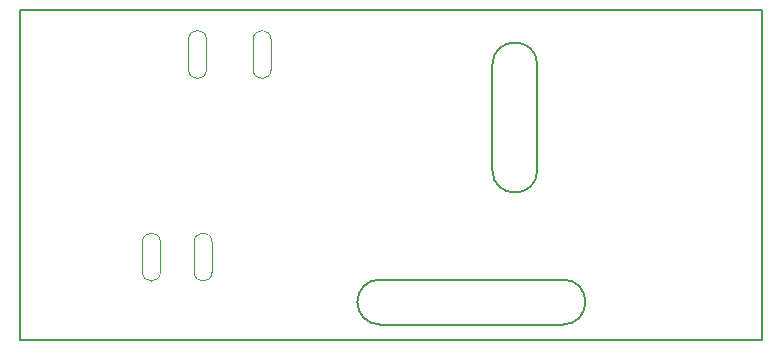
<source format=gbr>
%TF.GenerationSoftware,KiCad,Pcbnew,7.0.8*%
%TF.CreationDate,2023-10-29T17:21:22+01:00*%
%TF.ProjectId,Output_stage,4f757470-7574-45f7-9374-6167652e6b69,2.0*%
%TF.SameCoordinates,Original*%
%TF.FileFunction,Profile,NP*%
%FSLAX46Y46*%
G04 Gerber Fmt 4.6, Leading zero omitted, Abs format (unit mm)*
G04 Created by KiCad (PCBNEW 7.0.8) date 2023-10-29 17:21:22*
%MOMM*%
%LPD*%
G01*
G04 APERTURE LIST*
%TA.AperFunction,Profile*%
%ADD10C,0.100000*%
%TD*%
%TA.AperFunction,Profile*%
%ADD11C,0.200000*%
%TD*%
G04 APERTURE END LIST*
D10*
X72132225Y-27938075D02*
X72132225Y-30478075D01*
D11*
X90857725Y-38987075D02*
G75*
G03*
X94667725Y-38987075I1905000J0D01*
G01*
D10*
X65608200Y-45085000D02*
X65608200Y-47625000D01*
D11*
X90857725Y-30097075D02*
X90857725Y-38987075D01*
X81332725Y-48258125D02*
G75*
G03*
X81332725Y-52068075I-25J-1904975D01*
G01*
D10*
X65133225Y-27938075D02*
X65133225Y-30478075D01*
X65133225Y-30478075D02*
G75*
G03*
X66657225Y-30478075I762000J0D01*
G01*
D11*
X96826725Y-52068125D02*
G75*
G03*
X96826725Y-48258075I-25J1905025D01*
G01*
X94667725Y-30097075D02*
G75*
G03*
X90857725Y-30097075I-1905000J0D01*
G01*
D10*
X66657225Y-27938075D02*
G75*
G03*
X65133225Y-27938075I-762000J0D01*
G01*
X67132200Y-45085000D02*
G75*
G03*
X65608200Y-45085000I-762000J0D01*
G01*
X72132225Y-27938075D02*
G75*
G03*
X70608225Y-27938075I-762000J0D01*
G01*
D11*
X94667725Y-30097075D02*
X94667725Y-38987075D01*
D10*
X66657225Y-27938075D02*
X66657225Y-30478075D01*
D11*
X81332725Y-52068075D02*
X96826725Y-52068075D01*
D10*
X67132200Y-45085000D02*
X67132200Y-47625000D01*
X61239400Y-45085000D02*
X61239400Y-47625000D01*
X65608200Y-47625000D02*
G75*
G03*
X67132200Y-47625000I762000J0D01*
G01*
X61239400Y-47625000D02*
G75*
G03*
X62763400Y-47625000I762000J0D01*
G01*
X70608225Y-27938075D02*
X70608225Y-30478075D01*
X62763400Y-45085000D02*
G75*
G03*
X61239400Y-45085000I-762000J0D01*
G01*
X70608225Y-30478075D02*
G75*
G03*
X72132225Y-30478075I762000J0D01*
G01*
D11*
X81332725Y-48258075D02*
X96826725Y-48258075D01*
D10*
X62763400Y-45085000D02*
X62763400Y-47625000D01*
D11*
X50852725Y-25398075D02*
X113717725Y-25398075D01*
X113717725Y-53338075D01*
X50852725Y-53338075D01*
X50852725Y-25398075D01*
M02*

</source>
